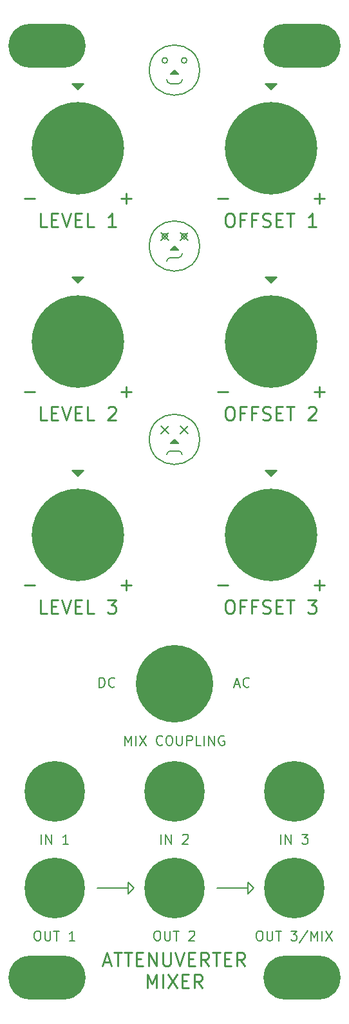
<source format=gbr>
%TF.GenerationSoftware,KiCad,Pcbnew,8.0.7*%
%TF.CreationDate,2025-01-10T22:24:24-05:00*%
%TF.ProjectId,front panel,66726f6e-7420-4706-916e-656c2e6b6963,B*%
%TF.SameCoordinates,Original*%
%TF.FileFunction,Soldermask,Top*%
%TF.FilePolarity,Negative*%
%FSLAX46Y46*%
G04 Gerber Fmt 4.6, Leading zero omitted, Abs format (unit mm)*
G04 Created by KiCad (PCBNEW 8.0.7) date 2025-01-10 22:24:24*
%MOMM*%
%LPD*%
G01*
G04 APERTURE LIST*
%ADD10C,0.150000*%
%ADD11C,0.203200*%
%ADD12C,0.254000*%
%ADD13C,7.924800*%
%ADD14C,12.150000*%
%ADD15O,10.160000X5.740400*%
%ADD16C,10.160000*%
G04 APERTURE END LIST*
D10*
X123952000Y-165100000D02*
X124714000Y-164338000D01*
X113030000Y-78740000D02*
X112522000Y-78232000D01*
X114808000Y-106934000D02*
X114300000Y-106934000D01*
X115062000Y-103632000D02*
X116078000Y-104648000D01*
X127000000Y-110236000D02*
X126238000Y-109474000D01*
X127762000Y-109474000D01*
X127000000Y-110236000D01*
G36*
X127000000Y-110236000D02*
G01*
X126238000Y-109474000D01*
X127762000Y-109474000D01*
X127000000Y-110236000D01*
G37*
X113538000Y-104648000D02*
X113030000Y-104140000D01*
X108204000Y-165100000D02*
X108966000Y-164338000D01*
X113030000Y-104140000D02*
X112522000Y-103632000D01*
X117602000Y-80010000D02*
G75*
G02*
X110998000Y-80010000I-3302000J0D01*
G01*
X110998000Y-80010000D02*
G75*
G02*
X117602000Y-80010000I3302000J0D01*
G01*
X114808000Y-57404000D02*
X113792000Y-57404000D01*
X114300000Y-56896000D01*
X114808000Y-57404000D01*
G36*
X114808000Y-57404000D02*
G01*
X113792000Y-57404000D01*
X114300000Y-56896000D01*
X114808000Y-57404000D01*
G37*
X116078000Y-78232000D02*
X115062000Y-79248000D01*
X115316000Y-58166000D02*
G75*
G02*
X114808000Y-58674000I-508000J0D01*
G01*
X116078000Y-103632000D02*
X115062000Y-104648000D01*
X113792000Y-58674000D02*
G75*
G02*
X113284000Y-58166000I0J508000D01*
G01*
X114300000Y-81534000D02*
X114808000Y-81534000D01*
X123952000Y-163576000D02*
X123952000Y-164338000D01*
X113284000Y-107442000D02*
G75*
G02*
X113792000Y-106934000I508000J0D01*
G01*
X112522000Y-103632000D02*
X113538000Y-104648000D01*
X108966000Y-164338000D02*
X108204000Y-163576000D01*
X115570000Y-78740000D02*
X115062000Y-78232000D01*
X101600000Y-110236000D02*
X100838000Y-109474000D01*
X102362000Y-109474000D01*
X101600000Y-110236000D01*
G36*
X101600000Y-110236000D02*
G01*
X100838000Y-109474000D01*
X102362000Y-109474000D01*
X101600000Y-110236000D01*
G37*
X114300000Y-106934000D02*
X114808000Y-106934000D01*
X115929210Y-55626000D02*
G75*
G02*
X115210790Y-55626000I-359210J0D01*
G01*
X115210790Y-55626000D02*
G75*
G02*
X115929210Y-55626000I359210J0D01*
G01*
X115062000Y-78232000D02*
X116078000Y-79248000D01*
X113538000Y-78232000D02*
X112522000Y-79248000D01*
X115570000Y-78740000D02*
X116078000Y-78232000D01*
X113284000Y-82042000D02*
G75*
G02*
X113792000Y-81534000I508000J0D01*
G01*
X108204000Y-164338000D02*
X108204000Y-165100000D01*
X116078000Y-104648000D02*
X115570000Y-104140000D01*
X108204000Y-163576000D02*
X108204000Y-164338000D01*
X124714000Y-164338000D02*
X123952000Y-163576000D01*
X115316000Y-81026000D02*
G75*
G02*
X114808000Y-81534000I-508000J0D01*
G01*
X113030000Y-104140000D02*
X113538000Y-103632000D01*
X113030000Y-78740000D02*
X113538000Y-78232000D01*
X113389210Y-78740000D02*
G75*
G02*
X112670790Y-78740000I-359210J0D01*
G01*
X112670790Y-78740000D02*
G75*
G02*
X113389210Y-78740000I359210J0D01*
G01*
X115570000Y-104140000D02*
X115062000Y-103632000D01*
X114808000Y-81534000D02*
X114300000Y-81534000D01*
X112522000Y-79248000D02*
X113030000Y-78740000D01*
X127000000Y-59436000D02*
X126238000Y-58674000D01*
X127762000Y-58674000D01*
X127000000Y-59436000D01*
G36*
X127000000Y-59436000D02*
G01*
X126238000Y-58674000D01*
X127762000Y-58674000D01*
X127000000Y-59436000D01*
G37*
X113792000Y-106934000D02*
X114300000Y-106934000D01*
X117602000Y-56896000D02*
G75*
G02*
X110998000Y-56896000I-3302000J0D01*
G01*
X110998000Y-56896000D02*
G75*
G02*
X117602000Y-56896000I3302000J0D01*
G01*
X113538000Y-79248000D02*
X113030000Y-78740000D01*
X119888000Y-164338000D02*
X123952000Y-164338000D01*
X113538000Y-103632000D02*
X112522000Y-104648000D01*
X115062000Y-79248000D02*
X115570000Y-78740000D01*
X114808000Y-58674000D02*
X114300000Y-58674000D01*
X116078000Y-79248000D02*
X115570000Y-78740000D01*
X113792000Y-58674000D02*
X114300000Y-58674000D01*
X123952000Y-164338000D02*
X123952000Y-165100000D01*
X104140000Y-164338000D02*
X108204000Y-164338000D01*
X113792000Y-81534000D02*
X114300000Y-81534000D01*
X114808000Y-105918000D02*
X113792000Y-105918000D01*
X114300000Y-105410000D01*
X114808000Y-105918000D01*
G36*
X114808000Y-105918000D02*
G01*
X113792000Y-105918000D01*
X114300000Y-105410000D01*
X114808000Y-105918000D01*
G37*
X117602000Y-105410000D02*
G75*
G02*
X110998000Y-105410000I-3302000J0D01*
G01*
X110998000Y-105410000D02*
G75*
G02*
X117602000Y-105410000I3302000J0D01*
G01*
X113389210Y-55626000D02*
G75*
G02*
X112670790Y-55626000I-359210J0D01*
G01*
X112670790Y-55626000D02*
G75*
G02*
X113389210Y-55626000I359210J0D01*
G01*
X112522000Y-78232000D02*
X113538000Y-79248000D01*
X127000000Y-84836000D02*
X126238000Y-84074000D01*
X127762000Y-84074000D01*
X127000000Y-84836000D01*
G36*
X127000000Y-84836000D02*
G01*
X126238000Y-84074000D01*
X127762000Y-84074000D01*
X127000000Y-84836000D01*
G37*
X101600000Y-59436000D02*
X100838000Y-58674000D01*
X102362000Y-58674000D01*
X101600000Y-59436000D01*
G36*
X101600000Y-59436000D02*
G01*
X100838000Y-58674000D01*
X102362000Y-58674000D01*
X101600000Y-59436000D01*
G37*
X114808000Y-80518000D02*
X113792000Y-80518000D01*
X114300000Y-80010000D01*
X114808000Y-80518000D01*
G36*
X114808000Y-80518000D02*
G01*
X113792000Y-80518000D01*
X114300000Y-80010000D01*
X114808000Y-80518000D01*
G37*
X115062000Y-104648000D02*
X115570000Y-104140000D01*
X115929210Y-78740000D02*
G75*
G02*
X115210790Y-78740000I-359210J0D01*
G01*
X115210790Y-78740000D02*
G75*
G02*
X115929210Y-78740000I359210J0D01*
G01*
X115570000Y-104140000D02*
X116078000Y-103632000D01*
X112522000Y-104648000D02*
X113030000Y-104140000D01*
X114300000Y-58674000D02*
X114808000Y-58674000D01*
X114808000Y-106934000D02*
G75*
G02*
X115316000Y-107442000I0J-508000D01*
G01*
X101600000Y-84836000D02*
X100838000Y-84074000D01*
X102362000Y-84074000D01*
X101600000Y-84836000D01*
G36*
X101600000Y-84836000D02*
G01*
X100838000Y-84074000D01*
X102362000Y-84074000D01*
X101600000Y-84836000D01*
G37*
D11*
X104442380Y-137990959D02*
X104442380Y-136720959D01*
X104442380Y-136720959D02*
X104744761Y-136720959D01*
X104744761Y-136720959D02*
X104926190Y-136781435D01*
X104926190Y-136781435D02*
X105047142Y-136902387D01*
X105047142Y-136902387D02*
X105107619Y-137023340D01*
X105107619Y-137023340D02*
X105168095Y-137265244D01*
X105168095Y-137265244D02*
X105168095Y-137446673D01*
X105168095Y-137446673D02*
X105107619Y-137688578D01*
X105107619Y-137688578D02*
X105047142Y-137809530D01*
X105047142Y-137809530D02*
X104926190Y-137930483D01*
X104926190Y-137930483D02*
X104744761Y-137990959D01*
X104744761Y-137990959D02*
X104442380Y-137990959D01*
X106438095Y-137870006D02*
X106377619Y-137930483D01*
X106377619Y-137930483D02*
X106196190Y-137990959D01*
X106196190Y-137990959D02*
X106075238Y-137990959D01*
X106075238Y-137990959D02*
X105893809Y-137930483D01*
X105893809Y-137930483D02*
X105772857Y-137809530D01*
X105772857Y-137809530D02*
X105712380Y-137688578D01*
X105712380Y-137688578D02*
X105651904Y-137446673D01*
X105651904Y-137446673D02*
X105651904Y-137265244D01*
X105651904Y-137265244D02*
X105712380Y-137023340D01*
X105712380Y-137023340D02*
X105772857Y-136902387D01*
X105772857Y-136902387D02*
X105893809Y-136781435D01*
X105893809Y-136781435D02*
X106075238Y-136720959D01*
X106075238Y-136720959D02*
X106196190Y-136720959D01*
X106196190Y-136720959D02*
X106377619Y-136781435D01*
X106377619Y-136781435D02*
X106438095Y-136841911D01*
D12*
X97536000Y-77517329D02*
X96689333Y-77517329D01*
X96689333Y-77517329D02*
X96689333Y-75739329D01*
X98128666Y-76585996D02*
X98721333Y-76585996D01*
X98975333Y-77517329D02*
X98128666Y-77517329D01*
X98128666Y-77517329D02*
X98128666Y-75739329D01*
X98128666Y-75739329D02*
X98975333Y-75739329D01*
X99483333Y-75739329D02*
X100076000Y-77517329D01*
X100076000Y-77517329D02*
X100668666Y-75739329D01*
X101261333Y-76585996D02*
X101854000Y-76585996D01*
X102108000Y-77517329D02*
X101261333Y-77517329D01*
X101261333Y-77517329D02*
X101261333Y-75739329D01*
X101261333Y-75739329D02*
X102108000Y-75739329D01*
X103716667Y-77517329D02*
X102870000Y-77517329D01*
X102870000Y-77517329D02*
X102870000Y-75739329D01*
X106595333Y-77517329D02*
X105579333Y-77517329D01*
X106087333Y-77517329D02*
X106087333Y-75739329D01*
X106087333Y-75739329D02*
X105918000Y-75993329D01*
X105918000Y-75993329D02*
X105748667Y-76162663D01*
X105748667Y-76162663D02*
X105579333Y-76247329D01*
X97536000Y-128317329D02*
X96689333Y-128317329D01*
X96689333Y-128317329D02*
X96689333Y-126539329D01*
X98128666Y-127385996D02*
X98721333Y-127385996D01*
X98975333Y-128317329D02*
X98128666Y-128317329D01*
X98128666Y-128317329D02*
X98128666Y-126539329D01*
X98128666Y-126539329D02*
X98975333Y-126539329D01*
X99483333Y-126539329D02*
X100076000Y-128317329D01*
X100076000Y-128317329D02*
X100668666Y-126539329D01*
X101261333Y-127385996D02*
X101854000Y-127385996D01*
X102108000Y-128317329D02*
X101261333Y-128317329D01*
X101261333Y-128317329D02*
X101261333Y-126539329D01*
X101261333Y-126539329D02*
X102108000Y-126539329D01*
X103716667Y-128317329D02*
X102870000Y-128317329D01*
X102870000Y-128317329D02*
X102870000Y-126539329D01*
X105494667Y-126539329D02*
X106595333Y-126539329D01*
X106595333Y-126539329D02*
X106002667Y-127216663D01*
X106002667Y-127216663D02*
X106256667Y-127216663D01*
X106256667Y-127216663D02*
X106426000Y-127301329D01*
X106426000Y-127301329D02*
X106510667Y-127385996D01*
X106510667Y-127385996D02*
X106595333Y-127555329D01*
X106595333Y-127555329D02*
X106595333Y-127978663D01*
X106595333Y-127978663D02*
X106510667Y-128147996D01*
X106510667Y-128147996D02*
X106426000Y-128232663D01*
X106426000Y-128232663D02*
X106256667Y-128317329D01*
X106256667Y-128317329D02*
X105748667Y-128317329D01*
X105748667Y-128317329D02*
X105579333Y-128232663D01*
X105579333Y-128232663D02*
X105494667Y-128147996D01*
X105028998Y-174130089D02*
X105875665Y-174130089D01*
X104859665Y-174638089D02*
X105452332Y-172860089D01*
X105452332Y-172860089D02*
X106044998Y-174638089D01*
X106383665Y-172860089D02*
X107399665Y-172860089D01*
X106891665Y-174638089D02*
X106891665Y-172860089D01*
X107738332Y-172860089D02*
X108754332Y-172860089D01*
X108246332Y-174638089D02*
X108246332Y-172860089D01*
X109346999Y-173706756D02*
X109939666Y-173706756D01*
X110193666Y-174638089D02*
X109346999Y-174638089D01*
X109346999Y-174638089D02*
X109346999Y-172860089D01*
X109346999Y-172860089D02*
X110193666Y-172860089D01*
X110955666Y-174638089D02*
X110955666Y-172860089D01*
X110955666Y-172860089D02*
X111971666Y-174638089D01*
X111971666Y-174638089D02*
X111971666Y-172860089D01*
X112818333Y-172860089D02*
X112818333Y-174299423D01*
X112818333Y-174299423D02*
X112903000Y-174468756D01*
X112903000Y-174468756D02*
X112987666Y-174553423D01*
X112987666Y-174553423D02*
X113157000Y-174638089D01*
X113157000Y-174638089D02*
X113495666Y-174638089D01*
X113495666Y-174638089D02*
X113665000Y-174553423D01*
X113665000Y-174553423D02*
X113749666Y-174468756D01*
X113749666Y-174468756D02*
X113834333Y-174299423D01*
X113834333Y-174299423D02*
X113834333Y-172860089D01*
X114427000Y-172860089D02*
X115019667Y-174638089D01*
X115019667Y-174638089D02*
X115612333Y-172860089D01*
X116205000Y-173706756D02*
X116797667Y-173706756D01*
X117051667Y-174638089D02*
X116205000Y-174638089D01*
X116205000Y-174638089D02*
X116205000Y-172860089D01*
X116205000Y-172860089D02*
X117051667Y-172860089D01*
X118829667Y-174638089D02*
X118237000Y-173791423D01*
X117813667Y-174638089D02*
X117813667Y-172860089D01*
X117813667Y-172860089D02*
X118491000Y-172860089D01*
X118491000Y-172860089D02*
X118660334Y-172944756D01*
X118660334Y-172944756D02*
X118745000Y-173029423D01*
X118745000Y-173029423D02*
X118829667Y-173198756D01*
X118829667Y-173198756D02*
X118829667Y-173452756D01*
X118829667Y-173452756D02*
X118745000Y-173622089D01*
X118745000Y-173622089D02*
X118660334Y-173706756D01*
X118660334Y-173706756D02*
X118491000Y-173791423D01*
X118491000Y-173791423D02*
X117813667Y-173791423D01*
X119337667Y-172860089D02*
X120353667Y-172860089D01*
X119845667Y-174638089D02*
X119845667Y-172860089D01*
X120946334Y-173706756D02*
X121539001Y-173706756D01*
X121793001Y-174638089D02*
X120946334Y-174638089D01*
X120946334Y-174638089D02*
X120946334Y-172860089D01*
X120946334Y-172860089D02*
X121793001Y-172860089D01*
X123571001Y-174638089D02*
X122978334Y-173791423D01*
X122555001Y-174638089D02*
X122555001Y-172860089D01*
X122555001Y-172860089D02*
X123232334Y-172860089D01*
X123232334Y-172860089D02*
X123401668Y-172944756D01*
X123401668Y-172944756D02*
X123486334Y-173029423D01*
X123486334Y-173029423D02*
X123571001Y-173198756D01*
X123571001Y-173198756D02*
X123571001Y-173452756D01*
X123571001Y-173452756D02*
X123486334Y-173622089D01*
X123486334Y-173622089D02*
X123401668Y-173706756D01*
X123401668Y-173706756D02*
X123232334Y-173791423D01*
X123232334Y-173791423D02*
X122555001Y-173791423D01*
X110744000Y-177500569D02*
X110744000Y-175722569D01*
X110744000Y-175722569D02*
X111336667Y-176992569D01*
X111336667Y-176992569D02*
X111929333Y-175722569D01*
X111929333Y-175722569D02*
X111929333Y-177500569D01*
X112776000Y-177500569D02*
X112776000Y-175722569D01*
X113453334Y-175722569D02*
X114638667Y-177500569D01*
X114638667Y-175722569D02*
X113453334Y-177500569D01*
X115316000Y-176569236D02*
X115908667Y-176569236D01*
X116162667Y-177500569D02*
X115316000Y-177500569D01*
X115316000Y-177500569D02*
X115316000Y-175722569D01*
X115316000Y-175722569D02*
X116162667Y-175722569D01*
X117940667Y-177500569D02*
X117348000Y-176653903D01*
X116924667Y-177500569D02*
X116924667Y-175722569D01*
X116924667Y-175722569D02*
X117602000Y-175722569D01*
X117602000Y-175722569D02*
X117771334Y-175807236D01*
X117771334Y-175807236D02*
X117856000Y-175891903D01*
X117856000Y-175891903D02*
X117940667Y-176061236D01*
X117940667Y-176061236D02*
X117940667Y-176315236D01*
X117940667Y-176315236D02*
X117856000Y-176484569D01*
X117856000Y-176484569D02*
X117771334Y-176569236D01*
X117771334Y-176569236D02*
X117602000Y-176653903D01*
X117602000Y-176653903D02*
X116924667Y-176653903D01*
X107272667Y-73791996D02*
X108627334Y-73791996D01*
X107950000Y-74469329D02*
X107950000Y-73114663D01*
D11*
X122252619Y-137628102D02*
X122857381Y-137628102D01*
X122131667Y-137990959D02*
X122555000Y-136720959D01*
X122555000Y-136720959D02*
X122978334Y-137990959D01*
X124127381Y-137870006D02*
X124066905Y-137930483D01*
X124066905Y-137930483D02*
X123885476Y-137990959D01*
X123885476Y-137990959D02*
X123764524Y-137990959D01*
X123764524Y-137990959D02*
X123583095Y-137930483D01*
X123583095Y-137930483D02*
X123462143Y-137809530D01*
X123462143Y-137809530D02*
X123401666Y-137688578D01*
X123401666Y-137688578D02*
X123341190Y-137446673D01*
X123341190Y-137446673D02*
X123341190Y-137265244D01*
X123341190Y-137265244D02*
X123401666Y-137023340D01*
X123401666Y-137023340D02*
X123462143Y-136902387D01*
X123462143Y-136902387D02*
X123583095Y-136781435D01*
X123583095Y-136781435D02*
X123764524Y-136720959D01*
X123764524Y-136720959D02*
X123885476Y-136720959D01*
X123885476Y-136720959D02*
X124066905Y-136781435D01*
X124066905Y-136781435D02*
X124127381Y-136841911D01*
D12*
X132672667Y-124591996D02*
X134027334Y-124591996D01*
X133350000Y-125269329D02*
X133350000Y-123914663D01*
D11*
X107768571Y-145610959D02*
X107768571Y-144340959D01*
X107768571Y-144340959D02*
X108191905Y-145248102D01*
X108191905Y-145248102D02*
X108615238Y-144340959D01*
X108615238Y-144340959D02*
X108615238Y-145610959D01*
X109220000Y-145610959D02*
X109220000Y-144340959D01*
X109703810Y-144340959D02*
X110550477Y-145610959D01*
X110550477Y-144340959D02*
X109703810Y-145610959D01*
X112727620Y-145490006D02*
X112667144Y-145550483D01*
X112667144Y-145550483D02*
X112485715Y-145610959D01*
X112485715Y-145610959D02*
X112364763Y-145610959D01*
X112364763Y-145610959D02*
X112183334Y-145550483D01*
X112183334Y-145550483D02*
X112062382Y-145429530D01*
X112062382Y-145429530D02*
X112001905Y-145308578D01*
X112001905Y-145308578D02*
X111941429Y-145066673D01*
X111941429Y-145066673D02*
X111941429Y-144885244D01*
X111941429Y-144885244D02*
X112001905Y-144643340D01*
X112001905Y-144643340D02*
X112062382Y-144522387D01*
X112062382Y-144522387D02*
X112183334Y-144401435D01*
X112183334Y-144401435D02*
X112364763Y-144340959D01*
X112364763Y-144340959D02*
X112485715Y-144340959D01*
X112485715Y-144340959D02*
X112667144Y-144401435D01*
X112667144Y-144401435D02*
X112727620Y-144461911D01*
X113513810Y-144340959D02*
X113755715Y-144340959D01*
X113755715Y-144340959D02*
X113876667Y-144401435D01*
X113876667Y-144401435D02*
X113997620Y-144522387D01*
X113997620Y-144522387D02*
X114058096Y-144764292D01*
X114058096Y-144764292D02*
X114058096Y-145187625D01*
X114058096Y-145187625D02*
X113997620Y-145429530D01*
X113997620Y-145429530D02*
X113876667Y-145550483D01*
X113876667Y-145550483D02*
X113755715Y-145610959D01*
X113755715Y-145610959D02*
X113513810Y-145610959D01*
X113513810Y-145610959D02*
X113392858Y-145550483D01*
X113392858Y-145550483D02*
X113271905Y-145429530D01*
X113271905Y-145429530D02*
X113211429Y-145187625D01*
X113211429Y-145187625D02*
X113211429Y-144764292D01*
X113211429Y-144764292D02*
X113271905Y-144522387D01*
X113271905Y-144522387D02*
X113392858Y-144401435D01*
X113392858Y-144401435D02*
X113513810Y-144340959D01*
X114602381Y-144340959D02*
X114602381Y-145369054D01*
X114602381Y-145369054D02*
X114662858Y-145490006D01*
X114662858Y-145490006D02*
X114723334Y-145550483D01*
X114723334Y-145550483D02*
X114844286Y-145610959D01*
X114844286Y-145610959D02*
X115086191Y-145610959D01*
X115086191Y-145610959D02*
X115207143Y-145550483D01*
X115207143Y-145550483D02*
X115267620Y-145490006D01*
X115267620Y-145490006D02*
X115328096Y-145369054D01*
X115328096Y-145369054D02*
X115328096Y-144340959D01*
X115932857Y-145610959D02*
X115932857Y-144340959D01*
X115932857Y-144340959D02*
X116416667Y-144340959D01*
X116416667Y-144340959D02*
X116537619Y-144401435D01*
X116537619Y-144401435D02*
X116598096Y-144461911D01*
X116598096Y-144461911D02*
X116658572Y-144582863D01*
X116658572Y-144582863D02*
X116658572Y-144764292D01*
X116658572Y-144764292D02*
X116598096Y-144885244D01*
X116598096Y-144885244D02*
X116537619Y-144945721D01*
X116537619Y-144945721D02*
X116416667Y-145006197D01*
X116416667Y-145006197D02*
X115932857Y-145006197D01*
X117807619Y-145610959D02*
X117202857Y-145610959D01*
X117202857Y-145610959D02*
X117202857Y-144340959D01*
X118230952Y-145610959D02*
X118230952Y-144340959D01*
X118835714Y-145610959D02*
X118835714Y-144340959D01*
X118835714Y-144340959D02*
X119561429Y-145610959D01*
X119561429Y-145610959D02*
X119561429Y-144340959D01*
X120831429Y-144401435D02*
X120710476Y-144340959D01*
X120710476Y-144340959D02*
X120529048Y-144340959D01*
X120529048Y-144340959D02*
X120347619Y-144401435D01*
X120347619Y-144401435D02*
X120226667Y-144522387D01*
X120226667Y-144522387D02*
X120166190Y-144643340D01*
X120166190Y-144643340D02*
X120105714Y-144885244D01*
X120105714Y-144885244D02*
X120105714Y-145066673D01*
X120105714Y-145066673D02*
X120166190Y-145308578D01*
X120166190Y-145308578D02*
X120226667Y-145429530D01*
X120226667Y-145429530D02*
X120347619Y-145550483D01*
X120347619Y-145550483D02*
X120529048Y-145610959D01*
X120529048Y-145610959D02*
X120650000Y-145610959D01*
X120650000Y-145610959D02*
X120831429Y-145550483D01*
X120831429Y-145550483D02*
X120891905Y-145490006D01*
X120891905Y-145490006D02*
X120891905Y-145066673D01*
X120891905Y-145066673D02*
X120650000Y-145066673D01*
D12*
X94572667Y-99191996D02*
X95927334Y-99191996D01*
X119972667Y-124591996D02*
X121327334Y-124591996D01*
X97536000Y-102917329D02*
X96689333Y-102917329D01*
X96689333Y-102917329D02*
X96689333Y-101139329D01*
X98128666Y-101985996D02*
X98721333Y-101985996D01*
X98975333Y-102917329D02*
X98128666Y-102917329D01*
X98128666Y-102917329D02*
X98128666Y-101139329D01*
X98128666Y-101139329D02*
X98975333Y-101139329D01*
X99483333Y-101139329D02*
X100076000Y-102917329D01*
X100076000Y-102917329D02*
X100668666Y-101139329D01*
X101261333Y-101985996D02*
X101854000Y-101985996D01*
X102108000Y-102917329D02*
X101261333Y-102917329D01*
X101261333Y-102917329D02*
X101261333Y-101139329D01*
X101261333Y-101139329D02*
X102108000Y-101139329D01*
X103716667Y-102917329D02*
X102870000Y-102917329D01*
X102870000Y-102917329D02*
X102870000Y-101139329D01*
X105579333Y-101308663D02*
X105664000Y-101223996D01*
X105664000Y-101223996D02*
X105833333Y-101139329D01*
X105833333Y-101139329D02*
X106256667Y-101139329D01*
X106256667Y-101139329D02*
X106426000Y-101223996D01*
X106426000Y-101223996D02*
X106510667Y-101308663D01*
X106510667Y-101308663D02*
X106595333Y-101477996D01*
X106595333Y-101477996D02*
X106595333Y-101647329D01*
X106595333Y-101647329D02*
X106510667Y-101901329D01*
X106510667Y-101901329D02*
X105494667Y-102917329D01*
X105494667Y-102917329D02*
X106595333Y-102917329D01*
X119972667Y-73791996D02*
X121327334Y-73791996D01*
D11*
X96193428Y-169994959D02*
X96435333Y-169994959D01*
X96435333Y-169994959D02*
X96556285Y-170055435D01*
X96556285Y-170055435D02*
X96677238Y-170176387D01*
X96677238Y-170176387D02*
X96737714Y-170418292D01*
X96737714Y-170418292D02*
X96737714Y-170841625D01*
X96737714Y-170841625D02*
X96677238Y-171083530D01*
X96677238Y-171083530D02*
X96556285Y-171204483D01*
X96556285Y-171204483D02*
X96435333Y-171264959D01*
X96435333Y-171264959D02*
X96193428Y-171264959D01*
X96193428Y-171264959D02*
X96072476Y-171204483D01*
X96072476Y-171204483D02*
X95951523Y-171083530D01*
X95951523Y-171083530D02*
X95891047Y-170841625D01*
X95891047Y-170841625D02*
X95891047Y-170418292D01*
X95891047Y-170418292D02*
X95951523Y-170176387D01*
X95951523Y-170176387D02*
X96072476Y-170055435D01*
X96072476Y-170055435D02*
X96193428Y-169994959D01*
X97281999Y-169994959D02*
X97281999Y-171023054D01*
X97281999Y-171023054D02*
X97342476Y-171144006D01*
X97342476Y-171144006D02*
X97402952Y-171204483D01*
X97402952Y-171204483D02*
X97523904Y-171264959D01*
X97523904Y-171264959D02*
X97765809Y-171264959D01*
X97765809Y-171264959D02*
X97886761Y-171204483D01*
X97886761Y-171204483D02*
X97947238Y-171144006D01*
X97947238Y-171144006D02*
X98007714Y-171023054D01*
X98007714Y-171023054D02*
X98007714Y-169994959D01*
X98431047Y-169994959D02*
X99156761Y-169994959D01*
X98793904Y-171264959D02*
X98793904Y-169994959D01*
X101212952Y-171264959D02*
X100487237Y-171264959D01*
X100850094Y-171264959D02*
X100850094Y-169994959D01*
X100850094Y-169994959D02*
X100729142Y-170176387D01*
X100729142Y-170176387D02*
X100608190Y-170297340D01*
X100608190Y-170297340D02*
X100487237Y-170357816D01*
D12*
X107272667Y-124591996D02*
X108627334Y-124591996D01*
X107950000Y-125269329D02*
X107950000Y-123914663D01*
D11*
X125391333Y-169994959D02*
X125633238Y-169994959D01*
X125633238Y-169994959D02*
X125754190Y-170055435D01*
X125754190Y-170055435D02*
X125875143Y-170176387D01*
X125875143Y-170176387D02*
X125935619Y-170418292D01*
X125935619Y-170418292D02*
X125935619Y-170841625D01*
X125935619Y-170841625D02*
X125875143Y-171083530D01*
X125875143Y-171083530D02*
X125754190Y-171204483D01*
X125754190Y-171204483D02*
X125633238Y-171264959D01*
X125633238Y-171264959D02*
X125391333Y-171264959D01*
X125391333Y-171264959D02*
X125270381Y-171204483D01*
X125270381Y-171204483D02*
X125149428Y-171083530D01*
X125149428Y-171083530D02*
X125088952Y-170841625D01*
X125088952Y-170841625D02*
X125088952Y-170418292D01*
X125088952Y-170418292D02*
X125149428Y-170176387D01*
X125149428Y-170176387D02*
X125270381Y-170055435D01*
X125270381Y-170055435D02*
X125391333Y-169994959D01*
X126479904Y-169994959D02*
X126479904Y-171023054D01*
X126479904Y-171023054D02*
X126540381Y-171144006D01*
X126540381Y-171144006D02*
X126600857Y-171204483D01*
X126600857Y-171204483D02*
X126721809Y-171264959D01*
X126721809Y-171264959D02*
X126963714Y-171264959D01*
X126963714Y-171264959D02*
X127084666Y-171204483D01*
X127084666Y-171204483D02*
X127145143Y-171144006D01*
X127145143Y-171144006D02*
X127205619Y-171023054D01*
X127205619Y-171023054D02*
X127205619Y-169994959D01*
X127628952Y-169994959D02*
X128354666Y-169994959D01*
X127991809Y-171264959D02*
X127991809Y-169994959D01*
X129624666Y-169994959D02*
X130410857Y-169994959D01*
X130410857Y-169994959D02*
X129987523Y-170478768D01*
X129987523Y-170478768D02*
X130168952Y-170478768D01*
X130168952Y-170478768D02*
X130289904Y-170539244D01*
X130289904Y-170539244D02*
X130350380Y-170599721D01*
X130350380Y-170599721D02*
X130410857Y-170720673D01*
X130410857Y-170720673D02*
X130410857Y-171023054D01*
X130410857Y-171023054D02*
X130350380Y-171144006D01*
X130350380Y-171144006D02*
X130289904Y-171204483D01*
X130289904Y-171204483D02*
X130168952Y-171264959D01*
X130168952Y-171264959D02*
X129806095Y-171264959D01*
X129806095Y-171264959D02*
X129685142Y-171204483D01*
X129685142Y-171204483D02*
X129624666Y-171144006D01*
X131862285Y-169934483D02*
X130773714Y-171567340D01*
X132285618Y-171264959D02*
X132285618Y-169994959D01*
X132285618Y-169994959D02*
X132708952Y-170902102D01*
X132708952Y-170902102D02*
X133132285Y-169994959D01*
X133132285Y-169994959D02*
X133132285Y-171264959D01*
X133737047Y-171264959D02*
X133737047Y-169994959D01*
X134220857Y-169994959D02*
X135067524Y-171264959D01*
X135067524Y-169994959D02*
X134220857Y-171264959D01*
X96798190Y-158564959D02*
X96798190Y-157294959D01*
X97402952Y-158564959D02*
X97402952Y-157294959D01*
X97402952Y-157294959D02*
X98128667Y-158564959D01*
X98128667Y-158564959D02*
X98128667Y-157294959D01*
X100366286Y-158564959D02*
X99640571Y-158564959D01*
X100003428Y-158564959D02*
X100003428Y-157294959D01*
X100003428Y-157294959D02*
X99882476Y-157476387D01*
X99882476Y-157476387D02*
X99761524Y-157597340D01*
X99761524Y-157597340D02*
X99640571Y-157657816D01*
D12*
X121454333Y-101139329D02*
X121792999Y-101139329D01*
X121792999Y-101139329D02*
X121962333Y-101223996D01*
X121962333Y-101223996D02*
X122131666Y-101393329D01*
X122131666Y-101393329D02*
X122216333Y-101731996D01*
X122216333Y-101731996D02*
X122216333Y-102324663D01*
X122216333Y-102324663D02*
X122131666Y-102663329D01*
X122131666Y-102663329D02*
X121962333Y-102832663D01*
X121962333Y-102832663D02*
X121792999Y-102917329D01*
X121792999Y-102917329D02*
X121454333Y-102917329D01*
X121454333Y-102917329D02*
X121284999Y-102832663D01*
X121284999Y-102832663D02*
X121115666Y-102663329D01*
X121115666Y-102663329D02*
X121030999Y-102324663D01*
X121030999Y-102324663D02*
X121030999Y-101731996D01*
X121030999Y-101731996D02*
X121115666Y-101393329D01*
X121115666Y-101393329D02*
X121284999Y-101223996D01*
X121284999Y-101223996D02*
X121454333Y-101139329D01*
X123571000Y-101985996D02*
X122978333Y-101985996D01*
X122978333Y-102917329D02*
X122978333Y-101139329D01*
X122978333Y-101139329D02*
X123825000Y-101139329D01*
X125095000Y-101985996D02*
X124502333Y-101985996D01*
X124502333Y-102917329D02*
X124502333Y-101139329D01*
X124502333Y-101139329D02*
X125349000Y-101139329D01*
X125941666Y-102832663D02*
X126195666Y-102917329D01*
X126195666Y-102917329D02*
X126619000Y-102917329D01*
X126619000Y-102917329D02*
X126788333Y-102832663D01*
X126788333Y-102832663D02*
X126873000Y-102747996D01*
X126873000Y-102747996D02*
X126957666Y-102578663D01*
X126957666Y-102578663D02*
X126957666Y-102409329D01*
X126957666Y-102409329D02*
X126873000Y-102239996D01*
X126873000Y-102239996D02*
X126788333Y-102155329D01*
X126788333Y-102155329D02*
X126619000Y-102070663D01*
X126619000Y-102070663D02*
X126280333Y-101985996D01*
X126280333Y-101985996D02*
X126111000Y-101901329D01*
X126111000Y-101901329D02*
X126026333Y-101816663D01*
X126026333Y-101816663D02*
X125941666Y-101647329D01*
X125941666Y-101647329D02*
X125941666Y-101477996D01*
X125941666Y-101477996D02*
X126026333Y-101308663D01*
X126026333Y-101308663D02*
X126111000Y-101223996D01*
X126111000Y-101223996D02*
X126280333Y-101139329D01*
X126280333Y-101139329D02*
X126703666Y-101139329D01*
X126703666Y-101139329D02*
X126957666Y-101223996D01*
X127719666Y-101985996D02*
X128312333Y-101985996D01*
X128566333Y-102917329D02*
X127719666Y-102917329D01*
X127719666Y-102917329D02*
X127719666Y-101139329D01*
X127719666Y-101139329D02*
X128566333Y-101139329D01*
X129074333Y-101139329D02*
X130090333Y-101139329D01*
X129582333Y-102917329D02*
X129582333Y-101139329D01*
X131953000Y-101308663D02*
X132037667Y-101223996D01*
X132037667Y-101223996D02*
X132207000Y-101139329D01*
X132207000Y-101139329D02*
X132630334Y-101139329D01*
X132630334Y-101139329D02*
X132799667Y-101223996D01*
X132799667Y-101223996D02*
X132884334Y-101308663D01*
X132884334Y-101308663D02*
X132969000Y-101477996D01*
X132969000Y-101477996D02*
X132969000Y-101647329D01*
X132969000Y-101647329D02*
X132884334Y-101901329D01*
X132884334Y-101901329D02*
X131868334Y-102917329D01*
X131868334Y-102917329D02*
X132969000Y-102917329D01*
X121454333Y-126539329D02*
X121792999Y-126539329D01*
X121792999Y-126539329D02*
X121962333Y-126623996D01*
X121962333Y-126623996D02*
X122131666Y-126793329D01*
X122131666Y-126793329D02*
X122216333Y-127131996D01*
X122216333Y-127131996D02*
X122216333Y-127724663D01*
X122216333Y-127724663D02*
X122131666Y-128063329D01*
X122131666Y-128063329D02*
X121962333Y-128232663D01*
X121962333Y-128232663D02*
X121792999Y-128317329D01*
X121792999Y-128317329D02*
X121454333Y-128317329D01*
X121454333Y-128317329D02*
X121284999Y-128232663D01*
X121284999Y-128232663D02*
X121115666Y-128063329D01*
X121115666Y-128063329D02*
X121030999Y-127724663D01*
X121030999Y-127724663D02*
X121030999Y-127131996D01*
X121030999Y-127131996D02*
X121115666Y-126793329D01*
X121115666Y-126793329D02*
X121284999Y-126623996D01*
X121284999Y-126623996D02*
X121454333Y-126539329D01*
X123571000Y-127385996D02*
X122978333Y-127385996D01*
X122978333Y-128317329D02*
X122978333Y-126539329D01*
X122978333Y-126539329D02*
X123825000Y-126539329D01*
X125095000Y-127385996D02*
X124502333Y-127385996D01*
X124502333Y-128317329D02*
X124502333Y-126539329D01*
X124502333Y-126539329D02*
X125349000Y-126539329D01*
X125941666Y-128232663D02*
X126195666Y-128317329D01*
X126195666Y-128317329D02*
X126619000Y-128317329D01*
X126619000Y-128317329D02*
X126788333Y-128232663D01*
X126788333Y-128232663D02*
X126873000Y-128147996D01*
X126873000Y-128147996D02*
X126957666Y-127978663D01*
X126957666Y-127978663D02*
X126957666Y-127809329D01*
X126957666Y-127809329D02*
X126873000Y-127639996D01*
X126873000Y-127639996D02*
X126788333Y-127555329D01*
X126788333Y-127555329D02*
X126619000Y-127470663D01*
X126619000Y-127470663D02*
X126280333Y-127385996D01*
X126280333Y-127385996D02*
X126111000Y-127301329D01*
X126111000Y-127301329D02*
X126026333Y-127216663D01*
X126026333Y-127216663D02*
X125941666Y-127047329D01*
X125941666Y-127047329D02*
X125941666Y-126877996D01*
X125941666Y-126877996D02*
X126026333Y-126708663D01*
X126026333Y-126708663D02*
X126111000Y-126623996D01*
X126111000Y-126623996D02*
X126280333Y-126539329D01*
X126280333Y-126539329D02*
X126703666Y-126539329D01*
X126703666Y-126539329D02*
X126957666Y-126623996D01*
X127719666Y-127385996D02*
X128312333Y-127385996D01*
X128566333Y-128317329D02*
X127719666Y-128317329D01*
X127719666Y-128317329D02*
X127719666Y-126539329D01*
X127719666Y-126539329D02*
X128566333Y-126539329D01*
X129074333Y-126539329D02*
X130090333Y-126539329D01*
X129582333Y-128317329D02*
X129582333Y-126539329D01*
X131868334Y-126539329D02*
X132969000Y-126539329D01*
X132969000Y-126539329D02*
X132376334Y-127216663D01*
X132376334Y-127216663D02*
X132630334Y-127216663D01*
X132630334Y-127216663D02*
X132799667Y-127301329D01*
X132799667Y-127301329D02*
X132884334Y-127385996D01*
X132884334Y-127385996D02*
X132969000Y-127555329D01*
X132969000Y-127555329D02*
X132969000Y-127978663D01*
X132969000Y-127978663D02*
X132884334Y-128147996D01*
X132884334Y-128147996D02*
X132799667Y-128232663D01*
X132799667Y-128232663D02*
X132630334Y-128317329D01*
X132630334Y-128317329D02*
X132122334Y-128317329D01*
X132122334Y-128317329D02*
X131953000Y-128232663D01*
X131953000Y-128232663D02*
X131868334Y-128147996D01*
D11*
X112546190Y-158564959D02*
X112546190Y-157294959D01*
X113150952Y-158564959D02*
X113150952Y-157294959D01*
X113150952Y-157294959D02*
X113876667Y-158564959D01*
X113876667Y-158564959D02*
X113876667Y-157294959D01*
X115388571Y-157415911D02*
X115449047Y-157355435D01*
X115449047Y-157355435D02*
X115570000Y-157294959D01*
X115570000Y-157294959D02*
X115872381Y-157294959D01*
X115872381Y-157294959D02*
X115993333Y-157355435D01*
X115993333Y-157355435D02*
X116053809Y-157415911D01*
X116053809Y-157415911D02*
X116114286Y-157536863D01*
X116114286Y-157536863D02*
X116114286Y-157657816D01*
X116114286Y-157657816D02*
X116053809Y-157839244D01*
X116053809Y-157839244D02*
X115328095Y-158564959D01*
X115328095Y-158564959D02*
X116114286Y-158564959D01*
D12*
X94572667Y-124591996D02*
X95927334Y-124591996D01*
X107272667Y-99191996D02*
X108627334Y-99191996D01*
X107950000Y-99869329D02*
X107950000Y-98514663D01*
X94572667Y-73791996D02*
X95927334Y-73791996D01*
D11*
X128294190Y-158564959D02*
X128294190Y-157294959D01*
X128898952Y-158564959D02*
X128898952Y-157294959D01*
X128898952Y-157294959D02*
X129624667Y-158564959D01*
X129624667Y-158564959D02*
X129624667Y-157294959D01*
X131076095Y-157294959D02*
X131862286Y-157294959D01*
X131862286Y-157294959D02*
X131438952Y-157778768D01*
X131438952Y-157778768D02*
X131620381Y-157778768D01*
X131620381Y-157778768D02*
X131741333Y-157839244D01*
X131741333Y-157839244D02*
X131801809Y-157899721D01*
X131801809Y-157899721D02*
X131862286Y-158020673D01*
X131862286Y-158020673D02*
X131862286Y-158323054D01*
X131862286Y-158323054D02*
X131801809Y-158444006D01*
X131801809Y-158444006D02*
X131741333Y-158504483D01*
X131741333Y-158504483D02*
X131620381Y-158564959D01*
X131620381Y-158564959D02*
X131257524Y-158564959D01*
X131257524Y-158564959D02*
X131136571Y-158504483D01*
X131136571Y-158504483D02*
X131076095Y-158444006D01*
D12*
X121454333Y-75739329D02*
X121792999Y-75739329D01*
X121792999Y-75739329D02*
X121962333Y-75823996D01*
X121962333Y-75823996D02*
X122131666Y-75993329D01*
X122131666Y-75993329D02*
X122216333Y-76331996D01*
X122216333Y-76331996D02*
X122216333Y-76924663D01*
X122216333Y-76924663D02*
X122131666Y-77263329D01*
X122131666Y-77263329D02*
X121962333Y-77432663D01*
X121962333Y-77432663D02*
X121792999Y-77517329D01*
X121792999Y-77517329D02*
X121454333Y-77517329D01*
X121454333Y-77517329D02*
X121284999Y-77432663D01*
X121284999Y-77432663D02*
X121115666Y-77263329D01*
X121115666Y-77263329D02*
X121030999Y-76924663D01*
X121030999Y-76924663D02*
X121030999Y-76331996D01*
X121030999Y-76331996D02*
X121115666Y-75993329D01*
X121115666Y-75993329D02*
X121284999Y-75823996D01*
X121284999Y-75823996D02*
X121454333Y-75739329D01*
X123571000Y-76585996D02*
X122978333Y-76585996D01*
X122978333Y-77517329D02*
X122978333Y-75739329D01*
X122978333Y-75739329D02*
X123825000Y-75739329D01*
X125095000Y-76585996D02*
X124502333Y-76585996D01*
X124502333Y-77517329D02*
X124502333Y-75739329D01*
X124502333Y-75739329D02*
X125349000Y-75739329D01*
X125941666Y-77432663D02*
X126195666Y-77517329D01*
X126195666Y-77517329D02*
X126619000Y-77517329D01*
X126619000Y-77517329D02*
X126788333Y-77432663D01*
X126788333Y-77432663D02*
X126873000Y-77347996D01*
X126873000Y-77347996D02*
X126957666Y-77178663D01*
X126957666Y-77178663D02*
X126957666Y-77009329D01*
X126957666Y-77009329D02*
X126873000Y-76839996D01*
X126873000Y-76839996D02*
X126788333Y-76755329D01*
X126788333Y-76755329D02*
X126619000Y-76670663D01*
X126619000Y-76670663D02*
X126280333Y-76585996D01*
X126280333Y-76585996D02*
X126111000Y-76501329D01*
X126111000Y-76501329D02*
X126026333Y-76416663D01*
X126026333Y-76416663D02*
X125941666Y-76247329D01*
X125941666Y-76247329D02*
X125941666Y-76077996D01*
X125941666Y-76077996D02*
X126026333Y-75908663D01*
X126026333Y-75908663D02*
X126111000Y-75823996D01*
X126111000Y-75823996D02*
X126280333Y-75739329D01*
X126280333Y-75739329D02*
X126703666Y-75739329D01*
X126703666Y-75739329D02*
X126957666Y-75823996D01*
X127719666Y-76585996D02*
X128312333Y-76585996D01*
X128566333Y-77517329D02*
X127719666Y-77517329D01*
X127719666Y-77517329D02*
X127719666Y-75739329D01*
X127719666Y-75739329D02*
X128566333Y-75739329D01*
X129074333Y-75739329D02*
X130090333Y-75739329D01*
X129582333Y-77517329D02*
X129582333Y-75739329D01*
X132969000Y-77517329D02*
X131953000Y-77517329D01*
X132461000Y-77517329D02*
X132461000Y-75739329D01*
X132461000Y-75739329D02*
X132291667Y-75993329D01*
X132291667Y-75993329D02*
X132122334Y-76162663D01*
X132122334Y-76162663D02*
X131953000Y-76247329D01*
X132672667Y-99191996D02*
X134027334Y-99191996D01*
X133350000Y-99869329D02*
X133350000Y-98514663D01*
X132672667Y-73791996D02*
X134027334Y-73791996D01*
X133350000Y-74469329D02*
X133350000Y-73114663D01*
X119972667Y-99191996D02*
X121327334Y-99191996D01*
D11*
X111941428Y-169994959D02*
X112183333Y-169994959D01*
X112183333Y-169994959D02*
X112304285Y-170055435D01*
X112304285Y-170055435D02*
X112425238Y-170176387D01*
X112425238Y-170176387D02*
X112485714Y-170418292D01*
X112485714Y-170418292D02*
X112485714Y-170841625D01*
X112485714Y-170841625D02*
X112425238Y-171083530D01*
X112425238Y-171083530D02*
X112304285Y-171204483D01*
X112304285Y-171204483D02*
X112183333Y-171264959D01*
X112183333Y-171264959D02*
X111941428Y-171264959D01*
X111941428Y-171264959D02*
X111820476Y-171204483D01*
X111820476Y-171204483D02*
X111699523Y-171083530D01*
X111699523Y-171083530D02*
X111639047Y-170841625D01*
X111639047Y-170841625D02*
X111639047Y-170418292D01*
X111639047Y-170418292D02*
X111699523Y-170176387D01*
X111699523Y-170176387D02*
X111820476Y-170055435D01*
X111820476Y-170055435D02*
X111941428Y-169994959D01*
X113029999Y-169994959D02*
X113029999Y-171023054D01*
X113029999Y-171023054D02*
X113090476Y-171144006D01*
X113090476Y-171144006D02*
X113150952Y-171204483D01*
X113150952Y-171204483D02*
X113271904Y-171264959D01*
X113271904Y-171264959D02*
X113513809Y-171264959D01*
X113513809Y-171264959D02*
X113634761Y-171204483D01*
X113634761Y-171204483D02*
X113695238Y-171144006D01*
X113695238Y-171144006D02*
X113755714Y-171023054D01*
X113755714Y-171023054D02*
X113755714Y-169994959D01*
X114179047Y-169994959D02*
X114904761Y-169994959D01*
X114541904Y-171264959D02*
X114541904Y-169994959D01*
X116235237Y-170115911D02*
X116295713Y-170055435D01*
X116295713Y-170055435D02*
X116416666Y-169994959D01*
X116416666Y-169994959D02*
X116719047Y-169994959D01*
X116719047Y-169994959D02*
X116839999Y-170055435D01*
X116839999Y-170055435D02*
X116900475Y-170115911D01*
X116900475Y-170115911D02*
X116960952Y-170236863D01*
X116960952Y-170236863D02*
X116960952Y-170357816D01*
X116960952Y-170357816D02*
X116900475Y-170539244D01*
X116900475Y-170539244D02*
X116174761Y-171264959D01*
X116174761Y-171264959D02*
X116960952Y-171264959D01*
D13*
%TO.C,REF\u002A\u002A*%
X98552000Y-164338000D03*
%TD*%
D14*
%TO.C,REF\u002A\u002A*%
X101600000Y-67183000D03*
%TD*%
D13*
%TO.C,REF\u002A\u002A*%
X114300000Y-164338000D03*
%TD*%
D15*
%TO.C,REF\u002A\u002A*%
X131064000Y-53721000D03*
%TD*%
%TO.C,REF\u002A\u002A*%
X131064000Y-176149000D03*
%TD*%
D14*
%TO.C,REF\u002A\u002A*%
X127000000Y-117983000D03*
%TD*%
%TO.C,REF\u002A\u002A*%
X127000000Y-92583000D03*
%TD*%
D16*
%TO.C,REF\u002A\u002A*%
X114300000Y-137490200D03*
%TD*%
D13*
%TO.C,REF\u002A\u002A*%
X130048000Y-151638000D03*
%TD*%
D14*
%TO.C,REF\u002A\u002A*%
X101600000Y-92583000D03*
%TD*%
D13*
%TO.C,REF\u002A\u002A*%
X130048000Y-164338000D03*
%TD*%
D15*
%TO.C,REF\u002A\u002A*%
X97536000Y-176149000D03*
%TD*%
D14*
%TO.C,REF\u002A\u002A*%
X127000000Y-67183000D03*
%TD*%
D13*
%TO.C,REF\u002A\u002A*%
X114300000Y-151638000D03*
%TD*%
%TO.C,REF\u002A\u002A*%
X98552000Y-151638000D03*
%TD*%
D14*
%TO.C,REF\u002A\u002A*%
X101600000Y-117983000D03*
%TD*%
D15*
%TO.C,REF\u002A\u002A*%
X97536000Y-53721000D03*
%TD*%
M02*

</source>
